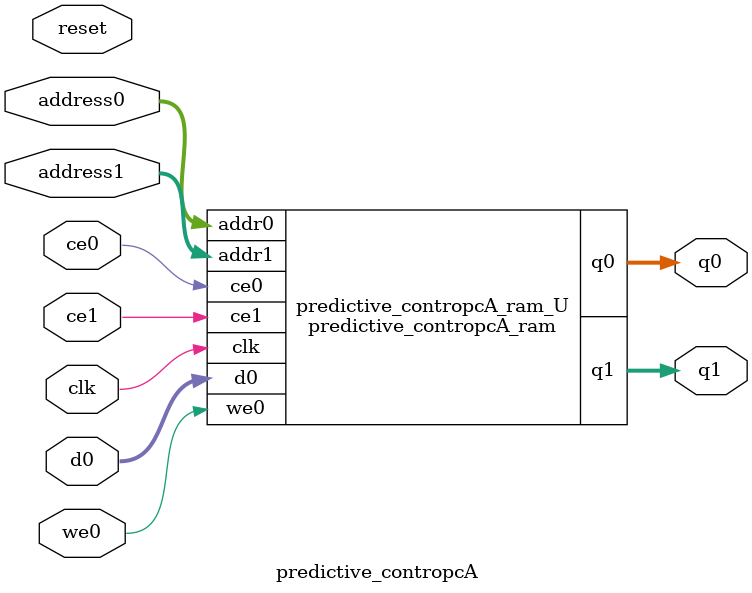
<source format=v>
`timescale 1 ns / 1 ps
module predictive_contropcA_ram (addr0, ce0, d0, we0, q0, addr1, ce1, q1,  clk);

parameter DWIDTH = 32;
parameter AWIDTH = 3;
parameter MEM_SIZE = 8;

input[AWIDTH-1:0] addr0;
input ce0;
input[DWIDTH-1:0] d0;
input we0;
output reg[DWIDTH-1:0] q0;
input[AWIDTH-1:0] addr1;
input ce1;
output reg[DWIDTH-1:0] q1;
input clk;

(* ram_style = "distributed" *)reg [DWIDTH-1:0] ram[0:MEM_SIZE-1];




always @(posedge clk)  
begin 
    if (ce0) 
    begin
        if (we0) 
        begin 
            ram[addr0] <= d0; 
        end 
        q0 <= ram[addr0];
    end
end


always @(posedge clk)  
begin 
    if (ce1) 
    begin
        q1 <= ram[addr1];
    end
end


endmodule

`timescale 1 ns / 1 ps
module predictive_contropcA(
    reset,
    clk,
    address0,
    ce0,
    we0,
    d0,
    q0,
    address1,
    ce1,
    q1);

parameter DataWidth = 32'd32;
parameter AddressRange = 32'd8;
parameter AddressWidth = 32'd3;
input reset;
input clk;
input[AddressWidth - 1:0] address0;
input ce0;
input we0;
input[DataWidth - 1:0] d0;
output[DataWidth - 1:0] q0;
input[AddressWidth - 1:0] address1;
input ce1;
output[DataWidth - 1:0] q1;



predictive_contropcA_ram predictive_contropcA_ram_U(
    .clk( clk ),
    .addr0( address0 ),
    .ce0( ce0 ),
    .we0( we0 ),
    .d0( d0 ),
    .q0( q0 ),
    .addr1( address1 ),
    .ce1( ce1 ),
    .q1( q1 ));

endmodule


</source>
